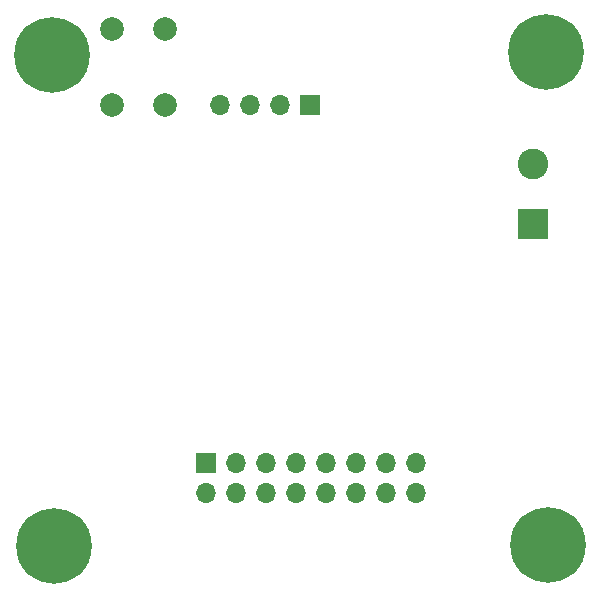
<source format=gbr>
%TF.GenerationSoftware,KiCad,Pcbnew,(5.1.9)-1*%
%TF.CreationDate,2021-11-15T23:12:41-03:00*%
%TF.ProjectId,RepeaterBoard,52657065-6174-4657-9242-6f6172642e6b,rev?*%
%TF.SameCoordinates,Original*%
%TF.FileFunction,Soldermask,Bot*%
%TF.FilePolarity,Negative*%
%FSLAX46Y46*%
G04 Gerber Fmt 4.6, Leading zero omitted, Abs format (unit mm)*
G04 Created by KiCad (PCBNEW (5.1.9)-1) date 2021-11-15 23:12:41*
%MOMM*%
%LPD*%
G01*
G04 APERTURE LIST*
%ADD10C,2.600000*%
%ADD11R,2.600000X2.600000*%
%ADD12R,1.700000X1.700000*%
%ADD13O,1.700000X1.700000*%
%ADD14C,2.000000*%
%ADD15C,0.800000*%
%ADD16C,6.400000*%
G04 APERTURE END LIST*
D10*
%TO.C,J1*%
X77750000Y-39500000D03*
D11*
X77750000Y-44500000D03*
%TD*%
D12*
%TO.C,J2*%
X58800000Y-34500000D03*
D13*
X56260000Y-34500000D03*
X53720000Y-34500000D03*
X51180000Y-34500000D03*
%TD*%
D12*
%TO.C,J3*%
X50000000Y-64750000D03*
D13*
X50000000Y-67290000D03*
X52540000Y-64750000D03*
X52540000Y-67290000D03*
X55080000Y-64750000D03*
X55080000Y-67290000D03*
X57620000Y-64750000D03*
X57620000Y-67290000D03*
X60160000Y-64750000D03*
X60160000Y-67290000D03*
X62700000Y-64750000D03*
X62700000Y-67290000D03*
X65240000Y-64750000D03*
X65240000Y-67290000D03*
X67780000Y-64750000D03*
X67780000Y-67290000D03*
%TD*%
D14*
%TO.C,SW1*%
X46600000Y-34500000D03*
X42100000Y-34500000D03*
X46600000Y-28000000D03*
X42100000Y-28000000D03*
%TD*%
D15*
%TO.C,H1*%
X38697056Y-28502944D03*
X37000000Y-27800000D03*
X35302944Y-28502944D03*
X34600000Y-30200000D03*
X35302944Y-31897056D03*
X37000000Y-32600000D03*
X38697056Y-31897056D03*
X39400000Y-30200000D03*
D16*
X37000000Y-30200000D03*
%TD*%
%TO.C,H2*%
X78800000Y-30000000D03*
D15*
X81200000Y-30000000D03*
X80497056Y-31697056D03*
X78800000Y-32400000D03*
X77102944Y-31697056D03*
X76400000Y-30000000D03*
X77102944Y-28302944D03*
X78800000Y-27600000D03*
X80497056Y-28302944D03*
%TD*%
%TO.C,H3*%
X38897056Y-70102944D03*
X37200000Y-69400000D03*
X35502944Y-70102944D03*
X34800000Y-71800000D03*
X35502944Y-73497056D03*
X37200000Y-74200000D03*
X38897056Y-73497056D03*
X39600000Y-71800000D03*
D16*
X37200000Y-71800000D03*
%TD*%
%TO.C,H4*%
X79000000Y-71700000D03*
D15*
X81400000Y-71700000D03*
X80697056Y-73397056D03*
X79000000Y-74100000D03*
X77302944Y-73397056D03*
X76600000Y-71700000D03*
X77302944Y-70002944D03*
X79000000Y-69300000D03*
X80697056Y-70002944D03*
%TD*%
M02*

</source>
